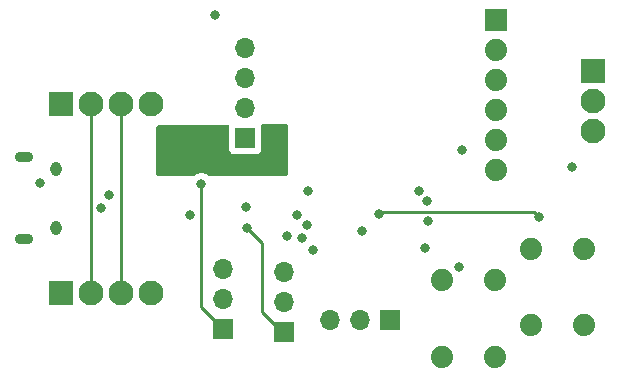
<source format=gbr>
%TF.GenerationSoftware,KiCad,Pcbnew,6.0.11-2627ca5db0~126~ubuntu22.04.1*%
%TF.CreationDate,2023-03-06T03:58:19-05:00*%
%TF.ProjectId,canbus-ds1820,63616e62-7573-42d6-9473-313832302e6b,1.0*%
%TF.SameCoordinates,Original*%
%TF.FileFunction,Copper,L3,Inr*%
%TF.FilePolarity,Positive*%
%FSLAX46Y46*%
G04 Gerber Fmt 4.6, Leading zero omitted, Abs format (unit mm)*
G04 Created by KiCad (PCBNEW 6.0.11-2627ca5db0~126~ubuntu22.04.1) date 2023-03-06 03:58:19*
%MOMM*%
%LPD*%
G01*
G04 APERTURE LIST*
%TA.AperFunction,ComponentPad*%
%ADD10C,1.879600*%
%TD*%
%TA.AperFunction,ComponentPad*%
%ADD11R,1.700000X1.700000*%
%TD*%
%TA.AperFunction,ComponentPad*%
%ADD12O,1.700000X1.700000*%
%TD*%
%TA.AperFunction,ComponentPad*%
%ADD13R,2.100000X2.100000*%
%TD*%
%TA.AperFunction,ComponentPad*%
%ADD14C,2.100000*%
%TD*%
%TA.AperFunction,ComponentPad*%
%ADD15R,1.879600X1.879600*%
%TD*%
%TA.AperFunction,ComponentPad*%
%ADD16O,0.950000X1.250000*%
%TD*%
%TA.AperFunction,ComponentPad*%
%ADD17O,1.550000X0.890000*%
%TD*%
%TA.AperFunction,ViaPad*%
%ADD18C,0.800000*%
%TD*%
%TA.AperFunction,Conductor*%
%ADD19C,0.250000*%
%TD*%
G04 APERTURE END LIST*
D10*
%TO.N,GND*%
%TO.C,S2*%
X103960600Y-90323800D03*
%TO.N,unconnected-(S2-Pad2)*%
X103960600Y-96826200D03*
%TO.N,~{RESET}*%
X99439400Y-90323800D03*
%TO.N,unconnected-(S2-Pad4)*%
X99439400Y-96826200D03*
%TD*%
D11*
%TO.N,CAN_RX*%
%TO.C,JP1*%
X73400000Y-97140000D03*
D12*
%TO.N,Net-(JP1-Pad2)*%
X73400000Y-94600000D03*
%TO.N,USB_D-*%
X73400000Y-92060000D03*
%TD*%
D13*
%TO.N,+BATT*%
%TO.C,J6*%
X59625000Y-94100000D03*
D14*
%TO.N,CANH*%
X62165000Y-94100000D03*
%TO.N,CANL*%
X64705000Y-94100000D03*
%TO.N,GND*%
X67245000Y-94100000D03*
%TD*%
D13*
%TO.N,+3V3*%
%TO.C,J4*%
X104675000Y-75285000D03*
D14*
%TO.N,DQ*%
X104675000Y-77825000D03*
%TO.N,GND*%
X104675000Y-80365000D03*
%TD*%
D11*
%TO.N,SWDIO*%
%TO.C,J2*%
X87490000Y-96350000D03*
D12*
%TO.N,GND*%
X84950000Y-96350000D03*
%TO.N,SWDCLK*%
X82410000Y-96350000D03*
%TD*%
D10*
%TO.N,+3V3*%
%TO.C,S1*%
X96435600Y-92998800D03*
%TO.N,unconnected-(S1-Pad2)*%
X96435600Y-99501200D03*
%TO.N,Net-(R1-Pad1)*%
X91914400Y-92998800D03*
%TO.N,unconnected-(S1-Pad4)*%
X91914400Y-99501200D03*
%TD*%
D15*
%TO.N,unconnected-(J3-Pad1)*%
%TO.C,J3*%
X96500000Y-70990000D03*
D10*
%TO.N,RXD2*%
X96500000Y-73530000D03*
%TO.N,TXD2*%
X96500000Y-76070000D03*
%TO.N,Net-(J3-Pad4)*%
X96500000Y-78610000D03*
%TO.N,unconnected-(J3-Pad5)*%
X96500000Y-81150000D03*
%TO.N,GND*%
X96500000Y-83690000D03*
%TD*%
D13*
%TO.N,+BATT*%
%TO.C,J5*%
X59660000Y-78075000D03*
D14*
%TO.N,CANH*%
X62200000Y-78075000D03*
%TO.N,CANL*%
X64740000Y-78075000D03*
%TO.N,GND*%
X67280000Y-78075000D03*
%TD*%
D11*
%TO.N,+5V*%
%TO.C,U3*%
X75247300Y-81002600D03*
D12*
%TO.N,GND*%
X75247300Y-78462600D03*
%TO.N,+12V*%
X75247300Y-75922600D03*
%TO.N,unconnected-(U3-Pad4)*%
X75247300Y-73382600D03*
%TD*%
D16*
%TO.N,GND*%
%TO.C,J1*%
X59210000Y-83550000D03*
D17*
X56510000Y-82550000D03*
X56510000Y-89550000D03*
D16*
X59210000Y-88550000D03*
%TD*%
D11*
%TO.N,CAN_TX*%
%TO.C,JP2*%
X78525000Y-97425000D03*
D12*
%TO.N,Net-(JP2-Pad2)*%
X78525000Y-94885000D03*
%TO.N,USB_D+*%
X78525000Y-92345000D03*
%TD*%
D18*
%TO.N,DQ*%
X102875000Y-83455000D03*
%TO.N,PCTLZ*%
X100100000Y-87670000D03*
X86580000Y-87430000D03*
%TO.N,DQ*%
X90700000Y-87990000D03*
%TO.N,GND*%
X80450000Y-88350000D03*
X72725000Y-70575000D03*
X93350000Y-91850000D03*
X80600000Y-85425000D03*
X75300000Y-86775000D03*
%TO.N,+3V3*%
X78150000Y-80600000D03*
X85100000Y-88800000D03*
X93575000Y-81950000D03*
X78750000Y-89250000D03*
X68975000Y-82275000D03*
%TO.N,VBUS*%
X57884502Y-84775000D03*
%TO.N,USB_D-*%
X63750000Y-85825000D03*
%TO.N,USB_D+*%
X63050000Y-86875000D03*
%TO.N,CAN_RX*%
X71525000Y-84850000D03*
%TO.N,Net-(JP1-Pad2)*%
X80025000Y-89475000D03*
%TO.N,CAN_TX*%
X75400000Y-88550000D03*
%TO.N,Net-(JP2-Pad2)*%
X80950000Y-90450000D03*
%TO.N,CAN_STBY*%
X70550000Y-87450000D03*
X79650000Y-87500000D03*
%TO.N,TXD2*%
X90600000Y-86275000D03*
%TO.N,RXD2*%
X89990592Y-85482770D03*
%TO.N,~{RESET}*%
X90475000Y-90300000D03*
%TD*%
D19*
%TO.N,PCTLZ*%
X86580000Y-87430000D02*
X86745000Y-87265000D01*
X86745000Y-87265000D02*
X99695000Y-87265000D01*
X99695000Y-87265000D02*
X100100000Y-87670000D01*
%TO.N,CANH*%
X62165000Y-78110000D02*
X62200000Y-78075000D01*
X62165000Y-94100000D02*
X62165000Y-78110000D01*
%TO.N,CANL*%
X64705000Y-94100000D02*
X64705000Y-78110000D01*
X64705000Y-78110000D02*
X64740000Y-78075000D01*
%TO.N,CAN_RX*%
X71525000Y-95265000D02*
X73400000Y-97140000D01*
X71525000Y-84850000D02*
X71525000Y-95265000D01*
%TO.N,CAN_TX*%
X76700000Y-95725000D02*
X78400000Y-97425000D01*
X78400000Y-97425000D02*
X78525000Y-97425000D01*
X76700000Y-89850000D02*
X76700000Y-95725000D01*
X75400000Y-88550000D02*
X76700000Y-89850000D01*
%TD*%
%TA.AperFunction,Conductor*%
%TO.N,+3V3*%
G36*
X78791165Y-79820532D02*
G01*
X78838139Y-79873768D01*
X78850000Y-79927138D01*
X78850000Y-84024000D01*
X78829998Y-84092121D01*
X78776342Y-84138614D01*
X78724000Y-84150000D01*
X72148105Y-84150000D01*
X72074044Y-84125936D01*
X71987094Y-84062763D01*
X71987093Y-84062762D01*
X71981752Y-84058882D01*
X71975724Y-84056198D01*
X71975722Y-84056197D01*
X71813319Y-83983891D01*
X71813318Y-83983891D01*
X71807288Y-83981206D01*
X71713887Y-83961353D01*
X71626944Y-83942872D01*
X71626939Y-83942872D01*
X71620487Y-83941500D01*
X71429513Y-83941500D01*
X71423061Y-83942872D01*
X71423056Y-83942872D01*
X71336113Y-83961353D01*
X71242712Y-83981206D01*
X71236682Y-83983891D01*
X71236681Y-83983891D01*
X71074278Y-84056197D01*
X71074276Y-84056198D01*
X71068248Y-84058882D01*
X71062907Y-84062762D01*
X71062906Y-84062763D01*
X70975956Y-84125936D01*
X70901895Y-84150000D01*
X67851000Y-84150000D01*
X67782879Y-84129998D01*
X67736386Y-84076342D01*
X67725000Y-84024000D01*
X67725000Y-80024873D01*
X67745002Y-79956752D01*
X67798658Y-79910259D01*
X67849867Y-79898878D01*
X70256931Y-79877241D01*
X73786393Y-79845516D01*
X73854689Y-79864904D01*
X73901663Y-79918140D01*
X73912398Y-79988320D01*
X73905506Y-80015739D01*
X73895555Y-80042284D01*
X73888800Y-80104466D01*
X73888800Y-81900734D01*
X73895555Y-81962916D01*
X73946685Y-82099305D01*
X74034039Y-82215861D01*
X74150595Y-82303215D01*
X74286984Y-82354345D01*
X74349166Y-82361100D01*
X76145434Y-82361100D01*
X76207616Y-82354345D01*
X76344005Y-82303215D01*
X76460561Y-82215861D01*
X76547915Y-82099305D01*
X76599045Y-81962916D01*
X76605800Y-81900734D01*
X76605800Y-80104466D01*
X76599045Y-80042284D01*
X76579289Y-79989585D01*
X76574106Y-79918779D01*
X76608026Y-79856410D01*
X76670281Y-79822281D01*
X76696138Y-79819361D01*
X78722867Y-79801143D01*
X78791165Y-79820532D01*
G37*
%TD.AperFunction*%
%TD*%
M02*

</source>
